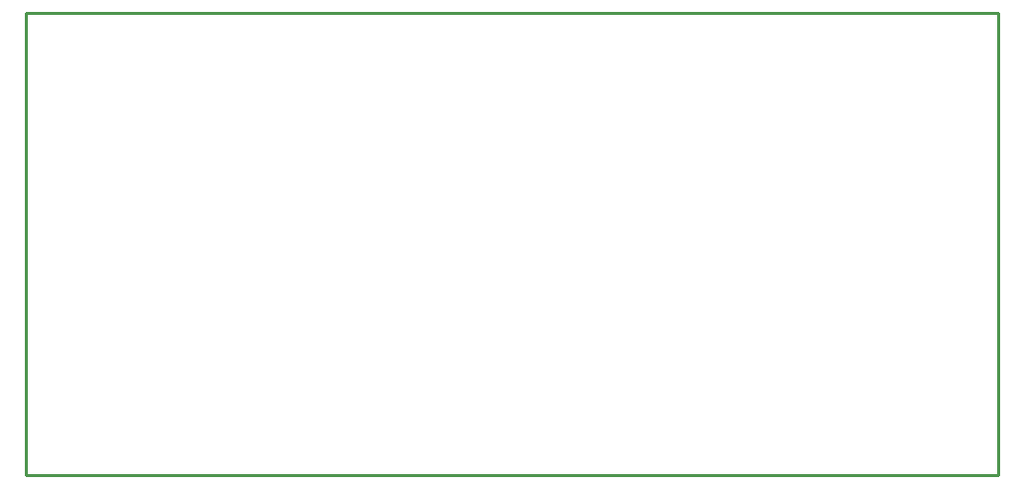
<source format=gko>
G04*
G04 #@! TF.GenerationSoftware,Altium Limited,Altium Designer,25.2.1 (25)*
G04*
G04 Layer_Color=16711935*
%FSLAX25Y25*%
%MOIN*%
G70*
G04*
G04 #@! TF.SameCoordinates,D5E538CD-2188-41BB-B8E0-149CA04C5D28*
G04*
G04*
G04 #@! TF.FilePolarity,Positive*
G04*
G01*
G75*
%ADD13C,0.01000*%
D13*
X0Y0D02*
X326000D01*
Y155000D01*
X0D02*
X326000D01*
X0Y0D02*
Y155000D01*
M02*

</source>
